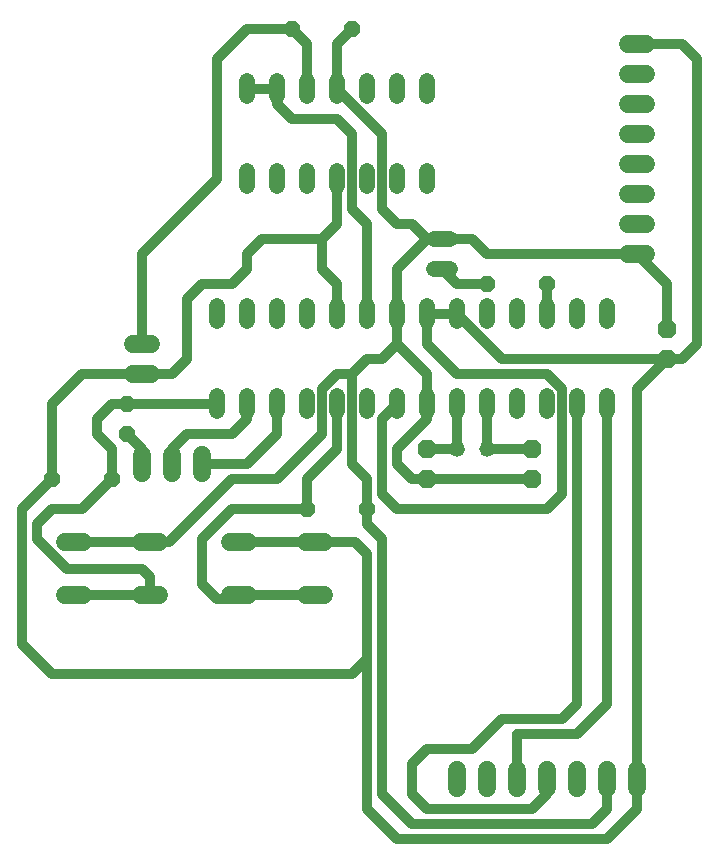
<source format=gbl>
G75*
%MOIN*%
%OFA0B0*%
%FSLAX25Y25*%
%IPPOS*%
%LPD*%
%AMOC8*
5,1,8,0,0,1.08239X$1,22.5*
%
%ADD10C,0.05200*%
%ADD11OC8,0.05200*%
%ADD12C,0.05200*%
%ADD13OC8,0.06300*%
%ADD14C,0.06000*%
%ADD15C,0.03200*%
D10*
X0067600Y0145000D02*
X0067600Y0150200D01*
X0077600Y0150200D02*
X0077600Y0145000D01*
X0087600Y0145000D02*
X0087600Y0150200D01*
X0097600Y0150200D02*
X0097600Y0145000D01*
X0107600Y0145000D02*
X0107600Y0150200D01*
X0117600Y0150200D02*
X0117600Y0145000D01*
X0127600Y0145000D02*
X0127600Y0150200D01*
X0137600Y0150200D02*
X0137600Y0145000D01*
X0147600Y0145000D02*
X0147600Y0150200D01*
X0157600Y0150200D02*
X0157600Y0145000D01*
X0167600Y0145000D02*
X0167600Y0150200D01*
X0177600Y0150200D02*
X0177600Y0145000D01*
X0187600Y0145000D02*
X0187600Y0150200D01*
X0197600Y0150200D02*
X0197600Y0145000D01*
X0197600Y0175000D02*
X0197600Y0180200D01*
X0187600Y0180200D02*
X0187600Y0175000D01*
X0177600Y0175000D02*
X0177600Y0180200D01*
X0167600Y0180200D02*
X0167600Y0175000D01*
X0157600Y0175000D02*
X0157600Y0180200D01*
X0147600Y0180200D02*
X0147600Y0175000D01*
X0137600Y0175000D02*
X0137600Y0180200D01*
X0127600Y0180200D02*
X0127600Y0175000D01*
X0117600Y0175000D02*
X0117600Y0180200D01*
X0107600Y0180200D02*
X0107600Y0175000D01*
X0097600Y0175000D02*
X0097600Y0180200D01*
X0087600Y0180200D02*
X0087600Y0175000D01*
X0077600Y0175000D02*
X0077600Y0180200D01*
X0067600Y0180200D02*
X0067600Y0175000D01*
X0077600Y0220000D02*
X0077600Y0225200D01*
X0087600Y0225200D02*
X0087600Y0220000D01*
X0097600Y0220000D02*
X0097600Y0225200D01*
X0107600Y0225200D02*
X0107600Y0220000D01*
X0117600Y0220000D02*
X0117600Y0225200D01*
X0127600Y0225200D02*
X0127600Y0220000D01*
X0137600Y0220000D02*
X0137600Y0225200D01*
X0140000Y0202600D02*
X0145200Y0202600D01*
X0145200Y0192600D02*
X0140000Y0192600D01*
X0137600Y0250000D02*
X0137600Y0255200D01*
X0127600Y0255200D02*
X0127600Y0250000D01*
X0117600Y0250000D02*
X0117600Y0255200D01*
X0107600Y0255200D02*
X0107600Y0250000D01*
X0097600Y0250000D02*
X0097600Y0255200D01*
X0087600Y0255200D02*
X0087600Y0250000D01*
X0077600Y0250000D02*
X0077600Y0255200D01*
D11*
X0092600Y0272600D03*
X0112600Y0272600D03*
X0157600Y0187600D03*
X0177600Y0187600D03*
X0117600Y0112600D03*
X0097600Y0112600D03*
X0037600Y0137600D03*
X0037600Y0147600D03*
X0032600Y0122600D03*
X0012600Y0122600D03*
D12*
X0147600Y0132600D03*
X0157600Y0132600D03*
D13*
X0172600Y0132600D03*
X0172600Y0122600D03*
X0137600Y0122600D03*
X0137600Y0132600D03*
X0217600Y0162600D03*
X0217600Y0172600D03*
D14*
X0210600Y0197600D02*
X0204600Y0197600D01*
X0204600Y0207600D02*
X0210600Y0207600D01*
X0210600Y0217600D02*
X0204600Y0217600D01*
X0204600Y0227600D02*
X0210600Y0227600D01*
X0210600Y0237600D02*
X0204600Y0237600D01*
X0204600Y0247600D02*
X0210600Y0247600D01*
X0210600Y0257600D02*
X0204600Y0257600D01*
X0204600Y0267600D02*
X0210600Y0267600D01*
X0103400Y0101500D02*
X0097400Y0101500D01*
X0097400Y0083700D02*
X0103400Y0083700D01*
X0077800Y0083700D02*
X0071800Y0083700D01*
X0071800Y0101500D02*
X0077800Y0101500D01*
X0062600Y0124600D02*
X0062600Y0130600D01*
X0052600Y0130600D02*
X0052600Y0124600D01*
X0042600Y0124600D02*
X0042600Y0130600D01*
X0045600Y0157600D02*
X0039600Y0157600D01*
X0039600Y0167600D02*
X0045600Y0167600D01*
X0048400Y0101500D02*
X0042400Y0101500D01*
X0042400Y0083700D02*
X0048400Y0083700D01*
X0022800Y0083700D02*
X0016800Y0083700D01*
X0016800Y0101500D02*
X0022800Y0101500D01*
X0147600Y0025600D02*
X0147600Y0019600D01*
X0157600Y0019600D02*
X0157600Y0025600D01*
X0167600Y0025600D02*
X0167600Y0019600D01*
X0177600Y0019600D02*
X0177600Y0025600D01*
X0187600Y0025600D02*
X0187600Y0019600D01*
X0197600Y0019600D02*
X0197600Y0025600D01*
X0207600Y0025600D02*
X0207600Y0019600D01*
D15*
X0012600Y0057600D02*
X0002600Y0067600D01*
X0002600Y0112600D01*
X0012600Y0122600D01*
X0012600Y0147600D01*
X0022600Y0157600D01*
X0042600Y0157600D01*
X0052600Y0157600D01*
X0057600Y0162600D01*
X0057600Y0182600D01*
X0062600Y0187600D01*
X0072600Y0187600D01*
X0077600Y0192600D01*
X0077600Y0197600D01*
X0082600Y0202600D01*
X0102600Y0202600D01*
X0102600Y0192600D01*
X0107600Y0187600D01*
X0107600Y0177600D01*
X0117600Y0177600D02*
X0117600Y0207600D01*
X0112600Y0212600D01*
X0112600Y0237600D01*
X0107600Y0242600D01*
X0092600Y0242600D01*
X0087600Y0247600D01*
X0087600Y0252600D01*
X0077600Y0252600D01*
X0067600Y0262600D02*
X0077600Y0272600D01*
X0092600Y0272600D01*
X0097600Y0267600D01*
X0097600Y0252600D01*
X0107600Y0252600D02*
X0122600Y0237600D01*
X0122600Y0212600D01*
X0127600Y0207600D01*
X0132600Y0207600D01*
X0137600Y0202600D01*
X0127600Y0192600D01*
X0127600Y0177600D01*
X0127600Y0167600D01*
X0122600Y0162600D01*
X0117600Y0162600D01*
X0112600Y0157600D01*
X0107600Y0157600D01*
X0102600Y0152600D01*
X0102600Y0137600D01*
X0087600Y0122600D01*
X0072600Y0122600D01*
X0051500Y0101500D01*
X0045400Y0101500D01*
X0019800Y0101500D01*
X0017600Y0092600D02*
X0007600Y0102600D01*
X0007600Y0107600D01*
X0012600Y0112600D01*
X0022600Y0112600D01*
X0032600Y0122600D01*
X0032600Y0132600D01*
X0027600Y0137600D01*
X0027600Y0142600D01*
X0032600Y0147600D01*
X0037600Y0147600D01*
X0067600Y0147600D01*
X0077600Y0147600D02*
X0077600Y0142600D01*
X0072600Y0137600D01*
X0057600Y0137600D01*
X0052600Y0132600D01*
X0052600Y0127600D01*
X0042600Y0127600D02*
X0042600Y0132600D01*
X0037600Y0137600D01*
X0062600Y0127600D02*
X0077600Y0127600D01*
X0087600Y0137600D01*
X0087600Y0147600D01*
X0107600Y0147600D02*
X0107600Y0132600D01*
X0097600Y0122600D01*
X0097600Y0112600D01*
X0072600Y0112600D01*
X0062600Y0102600D01*
X0062600Y0087600D01*
X0067600Y0082600D01*
X0073700Y0082600D01*
X0074800Y0083700D01*
X0100400Y0083700D01*
X0100400Y0101500D02*
X0074800Y0101500D01*
X0100400Y0101500D02*
X0113700Y0101500D01*
X0117600Y0097600D01*
X0117600Y0062600D01*
X0112600Y0057600D01*
X0012600Y0057600D01*
X0019800Y0083700D02*
X0045400Y0083700D01*
X0045400Y0089800D01*
X0042600Y0092600D01*
X0017600Y0092600D01*
X0042600Y0167600D02*
X0042600Y0197600D01*
X0067600Y0222600D01*
X0067600Y0262600D01*
X0107600Y0267600D02*
X0107600Y0252600D01*
X0107600Y0267600D02*
X0112600Y0272600D01*
X0107600Y0222600D02*
X0107600Y0207600D01*
X0102600Y0202600D01*
X0127600Y0167600D02*
X0137600Y0157600D01*
X0137600Y0147600D01*
X0137600Y0142600D01*
X0127600Y0132600D01*
X0127600Y0127600D01*
X0132600Y0122600D01*
X0137600Y0122600D01*
X0172600Y0122600D01*
X0172600Y0132600D02*
X0157600Y0132600D01*
X0157600Y0147600D01*
X0147600Y0147600D02*
X0147600Y0132600D01*
X0137600Y0132600D01*
X0122600Y0142600D02*
X0127600Y0147600D01*
X0122600Y0142600D02*
X0122600Y0117600D01*
X0127600Y0112600D01*
X0177600Y0112600D01*
X0182600Y0117600D01*
X0182600Y0152600D01*
X0177600Y0157600D01*
X0147600Y0157600D01*
X0137600Y0167600D01*
X0137600Y0177600D01*
X0147600Y0177600D01*
X0162600Y0162600D01*
X0217600Y0162600D01*
X0207600Y0152600D01*
X0207600Y0022600D01*
X0207600Y0012600D01*
X0197600Y0002600D01*
X0127600Y0002600D01*
X0117600Y0012600D01*
X0117600Y0062600D01*
X0137600Y0032600D02*
X0132600Y0027600D01*
X0132600Y0017600D01*
X0137600Y0012600D01*
X0172600Y0012600D01*
X0177600Y0017600D01*
X0167600Y0022600D02*
X0167600Y0037600D01*
X0187600Y0037600D01*
X0197600Y0047600D01*
X0197600Y0147600D01*
X0187600Y0147600D02*
X0187600Y0047600D01*
X0182600Y0042600D01*
X0162600Y0042600D01*
X0152600Y0032600D01*
X0137600Y0032600D01*
X0122600Y0017600D02*
X0122600Y0102600D01*
X0117600Y0107600D01*
X0117600Y0112600D01*
X0117600Y0122600D01*
X0112600Y0127600D01*
X0112600Y0157600D01*
X0142600Y0192600D02*
X0147600Y0187600D01*
X0157600Y0187600D01*
X0157600Y0197600D02*
X0152600Y0202600D01*
X0142600Y0202600D01*
X0137600Y0202600D01*
X0157600Y0197600D02*
X0207600Y0197600D01*
X0217600Y0187600D01*
X0217600Y0172600D01*
X0217600Y0162600D02*
X0222600Y0162600D01*
X0227600Y0167600D01*
X0227600Y0262600D01*
X0222600Y0267600D01*
X0207600Y0267600D01*
X0177600Y0187600D02*
X0177600Y0177600D01*
X0197600Y0022600D02*
X0197600Y0012600D01*
X0192600Y0007600D01*
X0132600Y0007600D01*
X0122600Y0017600D01*
M02*

</source>
